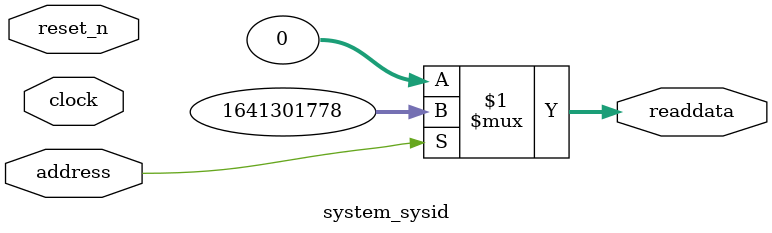
<source format=v>



// synthesis translate_off
`timescale 1ns / 1ps
// synthesis translate_on

// turn off superfluous verilog processor warnings 
// altera message_level Level1 
// altera message_off 10034 10035 10036 10037 10230 10240 10030 

module system_sysid (
               // inputs:
                address,
                clock,
                reset_n,

               // outputs:
                readdata
             )
;

  output  [ 31: 0] readdata;
  input            address;
  input            clock;
  input            reset_n;

  wire    [ 31: 0] readdata;
  //control_slave, which is an e_avalon_slave
  assign readdata = address ? 1641301778 : 0;

endmodule



</source>
